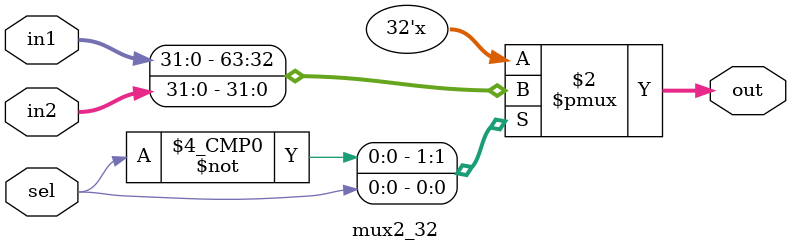
<source format=v>
module mux2_32
				(
			input [31:0] in1, in2,
			input sel,
			output reg [31:0] out
			);

always @(*)
case(sel)
	0: out = in1;
	1: out = in2;
endcase
endmodule 
</source>
